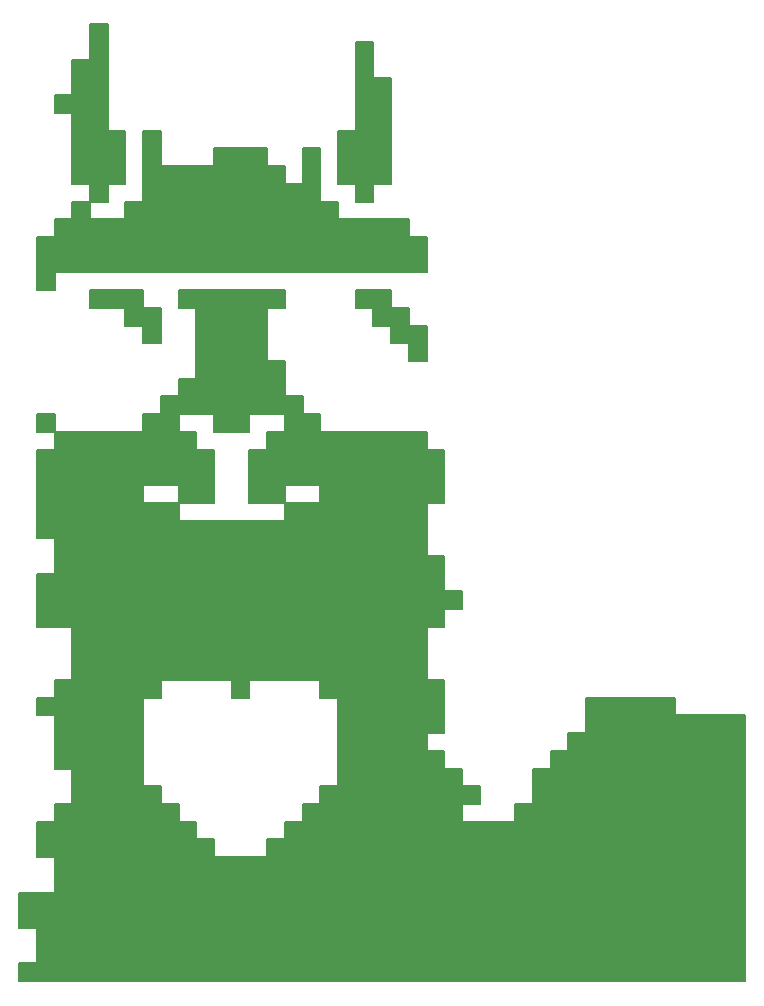
<source format=gbr>
%TF.GenerationSoftware,KiCad,Pcbnew,7.0.9*%
%TF.CreationDate,2024-01-25T10:25:38+02:00*%
%TF.ProjectId,ncscfi-badge2024,6e637363-6669-42d6-9261-646765323032,rev?*%
%TF.SameCoordinates,Original*%
%TF.FileFunction,Legend,Top*%
%TF.FilePolarity,Positive*%
%FSLAX46Y46*%
G04 Gerber Fmt 4.6, Leading zero omitted, Abs format (unit mm)*
G04 Created by KiCad (PCBNEW 7.0.9) date 2024-01-25 10:25:38*
%MOMM*%
%LPD*%
G01*
G04 APERTURE LIST*
%ADD10C,0.150000*%
G04 APERTURE END LIST*
D10*
X42000000Y-51000000D02*
X51000000Y-51000000D01*
X51000000Y-52500000D01*
X52500000Y-52500000D01*
X52500000Y-57000000D01*
X51000000Y-57000000D01*
X51000000Y-61500000D01*
X52500000Y-61500000D01*
X52500000Y-64500000D01*
X54000000Y-64500000D01*
X54000000Y-66000000D01*
X52500000Y-66000000D01*
X52500000Y-67500000D01*
X51000000Y-67500000D01*
X51000000Y-72000000D01*
X52500000Y-72000000D01*
X52500000Y-76500000D01*
X51000000Y-76500000D01*
X51000000Y-78000000D01*
X52500000Y-78000000D01*
X52500000Y-79500000D01*
X54000000Y-79500000D01*
X54000000Y-81000000D01*
X55500000Y-81000000D01*
X55500000Y-82500000D01*
X54000000Y-82500000D01*
X54000000Y-84000000D01*
X58500000Y-84000000D01*
X58500000Y-82500000D01*
X60000000Y-82500000D01*
X60000000Y-79500000D01*
X61500000Y-79500000D01*
X61500000Y-78000000D01*
X63000000Y-78000000D01*
X63000000Y-76500000D01*
X64500000Y-76500000D01*
X64500000Y-73500000D01*
X72000000Y-73500000D01*
X72000000Y-75000000D01*
X78000000Y-75000000D01*
X78000000Y-97500000D01*
X36000000Y-97500000D01*
X36000000Y-87000000D01*
X37500000Y-87000000D01*
X37500000Y-85500000D01*
X39000000Y-85500000D01*
X39000000Y-84000000D01*
X40500000Y-84000000D01*
X40500000Y-82500000D01*
X42000000Y-82500000D01*
X42000000Y-81000000D01*
X43500000Y-81000000D01*
X43500000Y-73500000D01*
X42000000Y-73500000D01*
X42000000Y-72000000D01*
X36000000Y-72000000D01*
X36000000Y-73500000D01*
X34500000Y-73500000D01*
X34500000Y-58500000D01*
X39000000Y-58500000D01*
X39000000Y-57000000D01*
X42000000Y-57000000D01*
X42000000Y-55500000D01*
X39000000Y-55500000D01*
X39000000Y-57000000D01*
X36000000Y-57000000D01*
X36000000Y-52500000D01*
X37500000Y-52500000D01*
X37500000Y-51000000D01*
X39000000Y-51000000D01*
X39000000Y-49500000D01*
X42000000Y-49500000D01*
X42000000Y-51000000D01*
G36*
X42000000Y-51000000D02*
G01*
X51000000Y-51000000D01*
X51000000Y-52500000D01*
X52500000Y-52500000D01*
X52500000Y-57000000D01*
X51000000Y-57000000D01*
X51000000Y-61500000D01*
X52500000Y-61500000D01*
X52500000Y-64500000D01*
X54000000Y-64500000D01*
X54000000Y-66000000D01*
X52500000Y-66000000D01*
X52500000Y-67500000D01*
X51000000Y-67500000D01*
X51000000Y-72000000D01*
X52500000Y-72000000D01*
X52500000Y-76500000D01*
X51000000Y-76500000D01*
X51000000Y-78000000D01*
X52500000Y-78000000D01*
X52500000Y-79500000D01*
X54000000Y-79500000D01*
X54000000Y-81000000D01*
X55500000Y-81000000D01*
X55500000Y-82500000D01*
X54000000Y-82500000D01*
X54000000Y-84000000D01*
X58500000Y-84000000D01*
X58500000Y-82500000D01*
X60000000Y-82500000D01*
X60000000Y-79500000D01*
X61500000Y-79500000D01*
X61500000Y-78000000D01*
X63000000Y-78000000D01*
X63000000Y-76500000D01*
X64500000Y-76500000D01*
X64500000Y-73500000D01*
X72000000Y-73500000D01*
X72000000Y-75000000D01*
X78000000Y-75000000D01*
X78000000Y-97500000D01*
X36000000Y-97500000D01*
X36000000Y-87000000D01*
X37500000Y-87000000D01*
X37500000Y-85500000D01*
X39000000Y-85500000D01*
X39000000Y-84000000D01*
X40500000Y-84000000D01*
X40500000Y-82500000D01*
X42000000Y-82500000D01*
X42000000Y-81000000D01*
X43500000Y-81000000D01*
X43500000Y-73500000D01*
X42000000Y-73500000D01*
X42000000Y-72000000D01*
X36000000Y-72000000D01*
X36000000Y-73500000D01*
X34500000Y-73500000D01*
X34500000Y-58500000D01*
X39000000Y-58500000D01*
X39000000Y-57000000D01*
X42000000Y-57000000D01*
X42000000Y-55500000D01*
X39000000Y-55500000D01*
X39000000Y-57000000D01*
X36000000Y-57000000D01*
X36000000Y-52500000D01*
X37500000Y-52500000D01*
X37500000Y-51000000D01*
X39000000Y-51000000D01*
X39000000Y-49500000D01*
X42000000Y-49500000D01*
X42000000Y-51000000D01*
G37*
X28500000Y-28500000D02*
X33000000Y-28500000D01*
X33000000Y-27000000D01*
X37500000Y-27000000D01*
X37500000Y-28500000D01*
X39000000Y-28500000D01*
X39000000Y-30000000D01*
X40500000Y-30000000D01*
X40500000Y-27000000D01*
X42000000Y-27000000D01*
X42000000Y-31500000D01*
X43500000Y-31500000D01*
X43500000Y-33000000D01*
X49500000Y-33000000D01*
X49500000Y-34500000D01*
X51000000Y-34500000D01*
X51000000Y-37500000D01*
X19500000Y-37500000D01*
X19500000Y-39000000D01*
X18000000Y-39000000D01*
X18000000Y-34500000D01*
X19500000Y-34500000D01*
X19500000Y-33000000D01*
X21000000Y-33000000D01*
X21000000Y-31500000D01*
X22500000Y-31500000D01*
X22500000Y-33000000D01*
X25500000Y-33000000D01*
X25500000Y-31500000D01*
X27000000Y-31500000D01*
X27000000Y-25500000D01*
X28500000Y-25500000D01*
X28500000Y-28500000D01*
G36*
X28500000Y-28500000D02*
G01*
X33000000Y-28500000D01*
X33000000Y-27000000D01*
X37500000Y-27000000D01*
X37500000Y-28500000D01*
X39000000Y-28500000D01*
X39000000Y-30000000D01*
X40500000Y-30000000D01*
X40500000Y-27000000D01*
X42000000Y-27000000D01*
X42000000Y-31500000D01*
X43500000Y-31500000D01*
X43500000Y-33000000D01*
X49500000Y-33000000D01*
X49500000Y-34500000D01*
X51000000Y-34500000D01*
X51000000Y-37500000D01*
X19500000Y-37500000D01*
X19500000Y-39000000D01*
X18000000Y-39000000D01*
X18000000Y-34500000D01*
X19500000Y-34500000D01*
X19500000Y-33000000D01*
X21000000Y-33000000D01*
X21000000Y-31500000D01*
X22500000Y-31500000D01*
X22500000Y-33000000D01*
X25500000Y-33000000D01*
X25500000Y-31500000D01*
X27000000Y-31500000D01*
X27000000Y-25500000D01*
X28500000Y-25500000D01*
X28500000Y-28500000D01*
G37*
X46500000Y-21000000D02*
X48000000Y-21000000D01*
X48000000Y-30000000D01*
X46500000Y-30000000D01*
X46500000Y-31500000D01*
X45000000Y-31500000D01*
X45000000Y-30000000D01*
X43500000Y-30000000D01*
X43500000Y-25500000D01*
X45000000Y-25500000D01*
X45000000Y-18000000D01*
X46500000Y-18000000D01*
X46500000Y-21000000D01*
G36*
X46500000Y-21000000D02*
G01*
X48000000Y-21000000D01*
X48000000Y-30000000D01*
X46500000Y-30000000D01*
X46500000Y-31500000D01*
X45000000Y-31500000D01*
X45000000Y-30000000D01*
X43500000Y-30000000D01*
X43500000Y-25500000D01*
X45000000Y-25500000D01*
X45000000Y-18000000D01*
X46500000Y-18000000D01*
X46500000Y-21000000D01*
G37*
X27000000Y-40500000D02*
X28500000Y-40500000D01*
X28500000Y-43500000D01*
X27000000Y-43500000D01*
X27000000Y-42000000D01*
X25500000Y-42000000D01*
X25500000Y-40500000D01*
X22500000Y-40500000D01*
X22500000Y-39000000D01*
X27000000Y-39000000D01*
X27000000Y-40500000D01*
G36*
X27000000Y-40500000D02*
G01*
X28500000Y-40500000D01*
X28500000Y-43500000D01*
X27000000Y-43500000D01*
X27000000Y-42000000D01*
X25500000Y-42000000D01*
X25500000Y-40500000D01*
X22500000Y-40500000D01*
X22500000Y-39000000D01*
X27000000Y-39000000D01*
X27000000Y-40500000D01*
G37*
X48000000Y-40500000D02*
X49500000Y-40500000D01*
X49500000Y-42000000D01*
X51000000Y-42000000D01*
X51000000Y-45000000D01*
X49500000Y-45000000D01*
X49500000Y-43500000D01*
X48000000Y-43500000D01*
X48000000Y-42000000D01*
X46500000Y-42000000D01*
X46500000Y-40500000D01*
X45000000Y-40500000D01*
X45000000Y-39000000D01*
X48000000Y-39000000D01*
X48000000Y-40500000D01*
G36*
X48000000Y-40500000D02*
G01*
X49500000Y-40500000D01*
X49500000Y-42000000D01*
X51000000Y-42000000D01*
X51000000Y-45000000D01*
X49500000Y-45000000D01*
X49500000Y-43500000D01*
X48000000Y-43500000D01*
X48000000Y-42000000D01*
X46500000Y-42000000D01*
X46500000Y-40500000D01*
X45000000Y-40500000D01*
X45000000Y-39000000D01*
X48000000Y-39000000D01*
X48000000Y-40500000D01*
G37*
X19500000Y-51000000D02*
X27000000Y-51000000D01*
X27000000Y-49500000D01*
X30000000Y-49500000D01*
X30000000Y-51000000D01*
X31500000Y-51000000D01*
X31500000Y-52500000D01*
X33000000Y-52500000D01*
X33000000Y-57000000D01*
X30000000Y-57000000D01*
X30000000Y-55500000D01*
X27000000Y-55500000D01*
X27000000Y-57000000D01*
X30000000Y-57000000D01*
X30000000Y-58500000D01*
X34500000Y-58500000D01*
X34500000Y-72000000D01*
X28500000Y-72000000D01*
X28500000Y-73500000D01*
X27000000Y-73500000D01*
X27000000Y-81000000D01*
X28500000Y-81000000D01*
X28500000Y-82500000D01*
X30000000Y-82500000D01*
X30000000Y-84000000D01*
X31500000Y-84000000D01*
X31500000Y-85500000D01*
X33000000Y-85500000D01*
X33000000Y-87000000D01*
X36000000Y-87000000D01*
X36000000Y-97500000D01*
X16500000Y-97500000D01*
X16500000Y-96000000D01*
X18000000Y-96000000D01*
X18000000Y-93000000D01*
X16500000Y-93000000D01*
X16500000Y-90000000D01*
X19500000Y-90000000D01*
X19500000Y-87000000D01*
X18000000Y-87000000D01*
X18000000Y-84000000D01*
X19500000Y-84000000D01*
X19500000Y-82500000D01*
X21000000Y-82500000D01*
X21000000Y-79500000D01*
X19500000Y-79500000D01*
X19500000Y-75000000D01*
X18000000Y-75000000D01*
X18000000Y-73500000D01*
X19500000Y-73500000D01*
X19500000Y-72000000D01*
X21000000Y-72000000D01*
X21000000Y-67500000D01*
X18000000Y-67500000D01*
X18000000Y-63000000D01*
X19500000Y-63000000D01*
X19500000Y-60000000D01*
X18000000Y-60000000D01*
X18000000Y-52500000D01*
X19500000Y-52500000D01*
X19500000Y-51000000D01*
X18000000Y-51000000D01*
X18000000Y-49500000D01*
X19500000Y-49500000D01*
X19500000Y-51000000D01*
G36*
X19500000Y-51000000D02*
G01*
X27000000Y-51000000D01*
X27000000Y-49500000D01*
X30000000Y-49500000D01*
X30000000Y-51000000D01*
X31500000Y-51000000D01*
X31500000Y-52500000D01*
X33000000Y-52500000D01*
X33000000Y-57000000D01*
X30000000Y-57000000D01*
X30000000Y-55500000D01*
X27000000Y-55500000D01*
X27000000Y-57000000D01*
X30000000Y-57000000D01*
X30000000Y-58500000D01*
X34500000Y-58500000D01*
X34500000Y-72000000D01*
X28500000Y-72000000D01*
X28500000Y-73500000D01*
X27000000Y-73500000D01*
X27000000Y-81000000D01*
X28500000Y-81000000D01*
X28500000Y-82500000D01*
X30000000Y-82500000D01*
X30000000Y-84000000D01*
X31500000Y-84000000D01*
X31500000Y-85500000D01*
X33000000Y-85500000D01*
X33000000Y-87000000D01*
X36000000Y-87000000D01*
X36000000Y-97500000D01*
X16500000Y-97500000D01*
X16500000Y-96000000D01*
X18000000Y-96000000D01*
X18000000Y-93000000D01*
X16500000Y-93000000D01*
X16500000Y-90000000D01*
X19500000Y-90000000D01*
X19500000Y-87000000D01*
X18000000Y-87000000D01*
X18000000Y-84000000D01*
X19500000Y-84000000D01*
X19500000Y-82500000D01*
X21000000Y-82500000D01*
X21000000Y-79500000D01*
X19500000Y-79500000D01*
X19500000Y-75000000D01*
X18000000Y-75000000D01*
X18000000Y-73500000D01*
X19500000Y-73500000D01*
X19500000Y-72000000D01*
X21000000Y-72000000D01*
X21000000Y-67500000D01*
X18000000Y-67500000D01*
X18000000Y-63000000D01*
X19500000Y-63000000D01*
X19500000Y-60000000D01*
X18000000Y-60000000D01*
X18000000Y-52500000D01*
X19500000Y-52500000D01*
X19500000Y-51000000D01*
X18000000Y-51000000D01*
X18000000Y-49500000D01*
X19500000Y-49500000D01*
X19500000Y-51000000D01*
G37*
X39000000Y-40500000D02*
X37500000Y-40500000D01*
X37500000Y-45000000D01*
X39000000Y-45000000D01*
X39000000Y-48000000D01*
X40500000Y-48000000D01*
X40500000Y-49500000D01*
X36000000Y-49500000D01*
X36000000Y-51000000D01*
X33000000Y-51000000D01*
X33000000Y-49500000D01*
X28500000Y-49500000D01*
X28500000Y-48000000D01*
X30000000Y-48000000D01*
X30000000Y-46500000D01*
X31500000Y-46500000D01*
X31500000Y-40500000D01*
X30000000Y-40500000D01*
X30000000Y-39000000D01*
X39000000Y-39000000D01*
X39000000Y-40500000D01*
G36*
X39000000Y-40500000D02*
G01*
X37500000Y-40500000D01*
X37500000Y-45000000D01*
X39000000Y-45000000D01*
X39000000Y-48000000D01*
X40500000Y-48000000D01*
X40500000Y-49500000D01*
X36000000Y-49500000D01*
X36000000Y-51000000D01*
X33000000Y-51000000D01*
X33000000Y-49500000D01*
X28500000Y-49500000D01*
X28500000Y-48000000D01*
X30000000Y-48000000D01*
X30000000Y-46500000D01*
X31500000Y-46500000D01*
X31500000Y-40500000D01*
X30000000Y-40500000D01*
X30000000Y-39000000D01*
X39000000Y-39000000D01*
X39000000Y-40500000D01*
G37*
X24000000Y-25500000D02*
X25500000Y-25500000D01*
X25500000Y-30000000D01*
X24000000Y-30000000D01*
X24000000Y-31500000D01*
X22500000Y-31500000D01*
X22500000Y-30000000D01*
X21000000Y-30000000D01*
X21000000Y-24000000D01*
X19500000Y-24000000D01*
X19500000Y-22500000D01*
X21000000Y-22500000D01*
X21000000Y-19500000D01*
X22500000Y-19500000D01*
X22500000Y-16500000D01*
X24000000Y-16500000D01*
X24000000Y-25500000D01*
G36*
X24000000Y-25500000D02*
G01*
X25500000Y-25500000D01*
X25500000Y-30000000D01*
X24000000Y-30000000D01*
X24000000Y-31500000D01*
X22500000Y-31500000D01*
X22500000Y-30000000D01*
X21000000Y-30000000D01*
X21000000Y-24000000D01*
X19500000Y-24000000D01*
X19500000Y-22500000D01*
X21000000Y-22500000D01*
X21000000Y-19500000D01*
X22500000Y-19500000D01*
X22500000Y-16500000D01*
X24000000Y-16500000D01*
X24000000Y-25500000D01*
G37*
M02*

</source>
